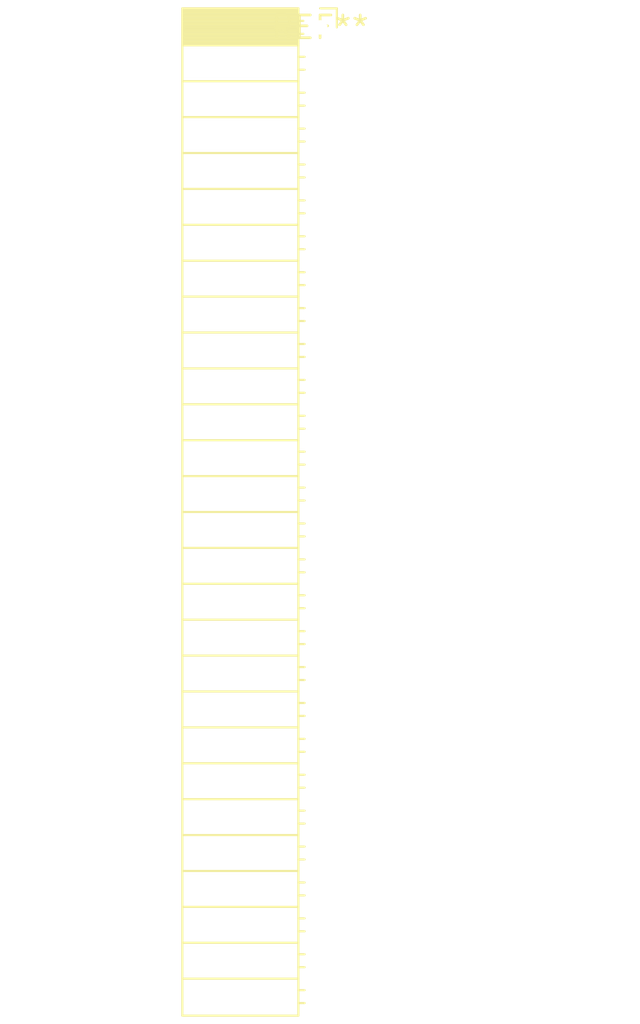
<source format=kicad_pcb>
(kicad_pcb (version 20240108) (generator pcbnew)
  (layers (0 "F.Cu" signal) (31 "B.Cu" signal) (34 "B.Paste" user) (35 "F.Paste" user) (36 "B.SilkS" user "B.Silkscreen") (37 "F.SilkS" user "F.Silkscreen") (38 "B.Mask" user) (39 "F.Mask" user) (44 "Edge.Cuts" user))
  (net 0 "")
  (footprint "PinSocket_1x28_P2.00mm_Horizontal" (layer "F.Cu") (at 0 0)
    (property "Reference" "REF**")
    (property "Value" "PinSocket_1x28_P2.00mm_Horizontal")
    (fp_line (start -7.68 -1.06) (end -7.68 55.06) (layer "F.SilkS") (stroke (width 0.12)))
    (fp_line (start -7.68 -1.06) (end -1.21 -1.06) (layer "F.SilkS") (stroke (width 0.12)))
    (fp_line (start -7.68 -0.94) (end -1.21 -0.94) (layer "F.SilkS") (stroke (width 0.12)))
    (fp_line (start -7.68 -0.825882) (end -1.21 -0.825882) (layer "F.SilkS") (stroke (width 0.12)))
    (fp_line (start -7.68 -0.711764) (end -1.21 -0.711764) (layer "F.SilkS") (stroke (width 0.12)))
    (fp_line (start -7.68 -0.597646) (end -1.21 -0.597646) (layer "F.SilkS") (stroke (width 0.12)))
    (fp_line (start -7.68 -0.483528) (end -1.21 -0.483528) (layer "F.SilkS") (stroke (width 0.12)))
    (fp_line (start -7.68 -0.36941) (end -1.21 -0.36941) (layer "F.SilkS") (stroke (width 0.12)))
    (fp_line (start -7.68 -0.255292) (end -1.21 -0.255292) (layer "F.SilkS") (stroke (width 0.12)))
    (fp_line (start -7.68 -0.141174) (end -1.21 -0.141174) (layer "F.SilkS") (stroke (width 0.12)))
    (fp_line (start -7.68 -0.027056) (end -1.21 -0.027056) (layer "F.SilkS") (stroke (width 0.12)))
    (fp_line (start -7.68 0.087062) (end -1.21 0.087062) (layer "F.SilkS") (stroke (width 0.12)))
    (fp_line (start -7.68 0.20118) (end -1.21 0.20118) (layer "F.SilkS") (stroke (width 0.12)))
    (fp_line (start -7.68 0.315298) (end -1.21 0.315298) (layer "F.SilkS") (stroke (width 0.12)))
    (fp_line (start -7.68 0.429416) (end -1.21 0.429416) (layer "F.SilkS") (stroke (width 0.12)))
    (fp_line (start -7.68 0.543534) (end -1.21 0.543534) (layer "F.SilkS") (stroke (width 0.12)))
    (fp_line (start -7.68 0.657652) (end -1.21 0.657652) (layer "F.SilkS") (stroke (width 0.12)))
    (fp_line (start -7.68 0.77177) (end -1.21 0.77177) (layer "F.SilkS") (stroke (width 0.12)))
    (fp_line (start -7.68 0.885888) (end -1.21 0.885888) (layer "F.SilkS") (stroke (width 0.12)))
    (fp_line (start -7.68 1) (end -1.21 1) (layer "F.SilkS") (stroke (width 0.12)))
    (fp_line (start -7.68 3) (end -1.21 3) (layer "F.SilkS") (stroke (width 0.12)))
    (fp_line (start -7.68 5) (end -1.21 5) (layer "F.SilkS") (stroke (width 0.12)))
    (fp_line (start -7.68 7) (end -1.21 7) (layer "F.SilkS") (stroke (width 0.12)))
    (fp_line (start -7.68 9) (end -1.21 9) (layer "F.SilkS") (stroke (width 0.12)))
    (fp_line (start -7.68 11) (end -1.21 11) (layer "F.SilkS") (stroke (width 0.12)))
    (fp_line (start -7.68 13) (end -1.21 13) (layer "F.SilkS") (stroke (width 0.12)))
    (fp_line (start -7.68 15) (end -1.21 15) (layer "F.SilkS") (stroke (width 0.12)))
    (fp_line (start -7.68 17) (end -1.21 17) (layer "F.SilkS") (stroke (width 0.12)))
    (fp_line (start -7.68 19) (end -1.21 19) (layer "F.SilkS") (stroke (width 0.12)))
    (fp_line (start -7.68 21) (end -1.21 21) (layer "F.SilkS") (stroke (width 0.12)))
    (fp_line (start -7.68 23) (end -1.21 23) (layer "F.SilkS") (stroke (width 0.12)))
    (fp_line (start -7.68 25) (end -1.21 25) (layer "F.SilkS") (stroke (width 0.12)))
    (fp_line (start -7.68 27) (end -1.21 27) (layer "F.SilkS") (stroke (width 0.12)))
    (fp_line (start -7.68 29) (end -1.21 29) (layer "F.SilkS") (stroke (width 0.12)))
    (fp_line (start -7.68 31) (end -1.21 31) (layer "F.SilkS") (stroke (width 0.12)))
    (fp_line (start -7.68 33) (end -1.21 33) (layer "F.SilkS") (stroke (width 0.12)))
    (fp_line (start -7.68 35) (end -1.21 35) (layer "F.SilkS") (stroke (width 0.12)))
    (fp_line (start -7.68 37) (end -1.21 37) (layer "F.SilkS") (stroke (width 0.12)))
    (fp_line (start -7.68 39) (end -1.21 39) (layer "F.SilkS") (stroke (width 0.12)))
    (fp_line (start -7.68 41) (end -1.21 41) (layer "F.SilkS") (stroke (width 0.12)))
    (fp_line (start -7.68 43) (end -1.21 43) (layer "F.SilkS") (stroke (width 0.12)))
    (fp_line (start -7.68 45) (end -1.21 45) (layer "F.SilkS") (stroke (width 0.12)))
    (fp_line (start -7.68 47) (end -1.21 47) (layer "F.SilkS") (stroke (width 0.12)))
    (fp_line (start -7.68 49) (end -1.21 49) (layer "F.SilkS") (stroke (width 0.12)))
    (fp_line (start -7.68 51) (end -1.21 51) (layer "F.SilkS") (stroke (width 0.12)))
    (fp_line (start -7.68 53) (end -1.21 53) (layer "F.SilkS") (stroke (width 0.12)))
    (fp_line (start -7.68 55.06) (end -1.21 55.06) (layer "F.SilkS") (stroke (width 0.12)))
    (fp_line (start -1.21 -1.06) (end -1.21 55.06) (layer "F.SilkS") (stroke (width 0.12)))
    (fp_line (start -1.21 -0.36) (end -0.935 -0.36) (layer "F.SilkS") (stroke (width 0.12)))
    (fp_line (start -1.21 0.36) (end -0.935 0.36) (layer "F.SilkS") (stroke (width 0.12)))
    (fp_line (start -1.21 1.64) (end -0.862917 1.64) (layer "F.SilkS") (stroke (width 0.12)))
    (fp_line (start -1.21 2.36) (end -0.862917 2.36) (layer "F.SilkS") (stroke (width 0.12)))
    (fp_line (start -1.21 3.64) (end -0.862917 3.64) (layer "F.SilkS") (stroke (width 0.12)))
    (fp_line (start -1.21 4.36) (end -0.862917 4.36) (layer "F.SilkS") (stroke (width 0.12)))
    (fp_line (start -1.21 5.64) (end -0.862917 5.64) (layer "F.SilkS") (stroke (width 0.12)))
    (fp_line (start -1.21 6.36) (end -0.862917 6.36) (layer "F.SilkS") (stroke (width 0.12)))
    (fp_line (start -1.21 7.64) (end -0.862917 7.64) (layer "F.SilkS") (stroke (width 0.12)))
    (fp_line (start -1.21 8.36) (end -0.862917 8.36) (layer "F.SilkS") (stroke (width 0.12)))
    (fp_line (start -1.21 9.64) (end -0.862917 9.64) (layer "F.SilkS") (stroke (width 0.12)))
    (fp_line (start -1.21 10.36) (end -0.862917 10.36) (layer "F.SilkS") (stroke (width 0.12)))
    (fp_line (start -1.21 11.64) (end -0.862917 11.64) (layer "F.SilkS") (stroke (width 0.12)))
    (fp_line (start -1.21 12.36) (end -0.862917 12.36) (layer "F.SilkS") (stroke (width 0.12)))
    (fp_line (start -1.21 13.64) (end -0.862917 13.64) (layer "F.SilkS") (stroke (width 0.12)))
    (fp_line (start -1.21 14.36) (end -0.862917 14.36) (layer "F.SilkS") (stroke (width 0.12)))
    (fp_line (start -1.21 15.64) (end -0.862917 15.64) (layer "F.SilkS") (stroke (width 0.12)))
    (fp_line (start -1.21 16.36) (end -0.862917 16.36) (layer "F.SilkS") (stroke (width 0.12)))
    (fp_line (start -1.21 17.64) (end -0.862917 17.64) (layer "F.SilkS") (stroke (width 0.12)))
    (fp_line (start -1.21 18.36) (end -0.862917 18.36) (layer "F.SilkS") (stroke (width 0.12)))
    (fp_line (start -1.21 19.64) (end -0.862917 19.64) (layer "F.SilkS") (stroke (width 0.12)))
    (fp_line (start -1.21 20.36) (end -0.862917 20.36) (layer "F.SilkS") (stroke (width 0.12)))
    (fp_line (start -1.21 21.64) (end -0.862917 21.64) (layer "F.SilkS") (stroke (width 0.12)))
    (fp_line (start -1.21 22.36) (end -0.862917 22.36) (layer "F.SilkS") (stroke (width 0.12)))
    (fp_line (start -1.21 23.64) (end -0.862917 23.64) (layer "F.SilkS") (stroke (width 0.12)))
    (fp_line (start -1.21 24.36) (end -0.862917 24.36) (layer "F.SilkS") (stroke (width 0.12)))
    (fp_line (start -1.21 25.64) (end -0.862917 25.64) (layer "F.SilkS") (stroke (width 0.12)))
    (fp_line (start -1.21 26.36) (end -0.862917 26.36) (layer "F.SilkS") (stroke (width 0.12)))
    (fp_line (start -1.21 27.64) (end -0.862917 27.64) (layer "F.SilkS") (stroke (width 0.12)))
    (fp_line (start -1.21 28.36) (end -0.862917 28.36) (layer "F.SilkS") (stroke (width 0.12)))
    (fp_line (start -1.21 29.64) (end -0.862917 29.64) (layer "F.SilkS") (stroke (width 0.12)))
    (fp_line (start -1.21 30.36) (end -0.862917 30.36) (layer "F.SilkS") (stroke (width 0.12)))
    (fp_line (start -1.21 31.64) (end -0.862917 31.64) (layer "F.SilkS") (stroke (width 0.12)))
    (fp_line (start -1.21 32.36) (end -0.862917 32.36) (layer "F.SilkS") (stroke (width 0.12)))
    (fp_line (start -1.21 33.64) (end -0.862917 33.64) (layer "F.SilkS") (stroke (width 0.12)))
    (fp_line (start -1.21 34.36) (end -0.862917 34.36) (layer "F.SilkS") (stroke (width 0.12)))
    (fp_line (start -1.21 35.64) (end -0.862917 35.64) (layer "F.SilkS") (stroke (width 0.12)))
    (fp_line (start -1.21 36.36) (end -0.862917 36.36) (layer "F.SilkS") (stroke (width 0.12)))
    (fp_line (start -1.21 37.64) (end -0.862917 37.64) (layer "F.SilkS") (stroke (width 0.12)))
    (fp_line (start -1.21 38.36) (end -0.862917 38.36) (layer "F.SilkS") (stroke (width 0.12)))
    (fp_line (start -1.21 39.64) (end -0.862917 39.64) (layer "F.SilkS") (stroke (width 0.12)))
    (fp_line (start -1.21 40.36) (end -0.862917 40.36) (layer "F.SilkS") (stroke (width 0.12)))
    (fp_line (start -1.21 41.64) (end -0.862917 41.64) (layer "F.SilkS") (stroke (width 0.12)))
    (fp_line (start -1.21 42.36) (end -0.862917 42.36) (layer "F.SilkS") (stroke (width 0.12)))
    (fp_line (start -1.21 43.64) (end -0.862917 43.64) (layer "F.SilkS") (stroke (width 0.12)))
    (fp_line (start -1.21 44.36) (end -0.862917 44.36) (layer "F.SilkS") (stroke (width 0.12)))
    (fp_line (start -1.21 45.64) (end -0.862917 45.64) (layer "F.SilkS") (stroke (width 0.12)))
    (fp_line (start -1.21 46.36) (end -0.862917 46.36) (layer "F.SilkS") (stroke (width 0.12)))
    (fp_line (start -1.21 47.64) (end -0.862917 47.64) (layer "F.SilkS") (stroke (width 0.12)))
    (fp_line (start -1.21 48.36) (end -0.862917 48.36) (layer "F.SilkS") (stroke (width 0.12)))
    (fp_line (start -1.21 49.64) (end -0.862917 49.64) (layer "F.SilkS") (stroke (width 0.12)))
    (fp_line (start -1.21 50.36) (end -0.862917 50.36) (layer "F.SilkS") (stroke (width 0.12)))
    (fp_line (start -1.21 51.64) (end -0.862917 51.64) (layer "F.SilkS") (stroke (width 0.12)))
    (fp_line (start -1.21 52.36) (end -0.862917 52.36) (layer "F.SilkS") (stroke (width 0.12)))
    (fp_line (start -1.21 53.64) (end -0.862917 53.64) (layer "F.SilkS") (stroke (width 0.12)))
    (fp_line (start -1.21 54.36) (end -0.862917 54.36) (layer "F.SilkS") (stroke (width 0.12)))
    (fp_line (start 0 -1.06) (end 0.935 -1.06) (layer "F.SilkS") (stroke (width 0.12)))
    (fp_line (start 0.935 -1.06) (end 0.935 0) (layer "F.SilkS") (stroke (width 0.12)))
    (pad "1" thru_hole rect (at 0 0) (size 1.35 1.35) (drill 0.8) (layers *.Cu *.Mask) (remove_unused_layers))
    (pad "2" thru_hole oval (at 0 2) (size 1.35 1.35) (drill 0.8) (layers *.Cu *.Mask) (remove_unused_layers))
    (pad "3" thru_hole oval (at 0 4) (size 1.35 1.35) (drill 0.8) (layers *.Cu *.Mask) (remove_unused_layers))
    (pad "4" thru_hole oval (at 0 6) (size 1.35 1.35) (drill 0.8) (layers *.Cu *.Mask) (remove_unused_layers))
    (pad "5" thru_hole oval (at 0 8) (size 1.35 1.35) (drill 0.8) (layers *.Cu *.Mask) (remove_unused_layers))
    (pad "6" thru_hole oval (at 0 10) (size 1.35 1.35) (drill 0.8) (layers *.Cu *.Mask) (remove_unused_layers))
    (pad "7" thru_hole oval (at 0 12) (size 1.35 1.35) (drill 0.8) (layers *.Cu *.Mask) (remove_unused_layers))
    (pad "8" thru_hole oval (at 0 14) (size 1.35 1.35) (drill 0.8) (layers *.Cu *.Mask) (remove_unused_layers))
    (pad "9" thru_hole oval (at 0 16) (size 1.35 1.35) (drill 0.8) (layers *.Cu *.Mask) (remove_unused_layers))
    (pad "10" thru_hole oval (at 0 18) (size 1.35 1.35) (drill 0.8) (layers *.Cu *.Mask) (remove_unused_layers))
    (pad "11" thru_hole oval (at 0 20) (size 1.35 1.35) (drill 0.8) (layers *.Cu *.Mask) (remove_unused_layers))
    (pad "12" thru_hole oval (at 0 22) (size 1.35 1.35) (drill 0.8) (layers *.Cu *.Mask) (remove_unused_layers))
    (pad "13" thru_hole oval (at 0 24) (size 1.35 1.35) (drill 0.8) (layers *.Cu *.Mask) (remove_unused_layers))
    (pad "14" thru_hole oval (at 0 26) (size 1.35 1.35) (drill 0.8) (layers *.Cu *.Mask) (remove_unused_layers))
    (pad "15" thru_hole oval (at 0 28) (size 1.35 1.35) (drill 0.8) (layers *.Cu *.Mask) (remove_unused_layers))
    (pad "16" thru_hole oval (at 0 30) (size 1.35 1.35) (drill 0.8) (layers *.Cu *.Mask) (remove_unused_layers))
    (pad "17" thru_hole oval (at 0 32) (size 1.35 1.35) (drill 0.8) (layers *.Cu *.Mask) (remove_unused_layers))
    (pad "18" thru_hole oval (at 0 34) (size 1.35 1.35) (drill 0.8) (layers *.Cu *.Mask) (remove_unused_layers))
    (pad "19" thru_hole oval (at 0 36) (size 1.35 1.35) (drill 0.8) (layers *.Cu *.Mask) (remove_unused_layers))
    (pad "20" thru_hole oval (at 0 38) (size 1.35 1.35) (drill 0.8) (layers *.Cu *.Mask) (remove_unused_layers))
    (pad "21" thru_hole oval (at 0 40) (size 1.35 1.35) (drill 0.8) (layers *.Cu *.Mask) (remove_unused_layers))
    (pad "22" thru_hole oval (at 0 42) (size 1.35 1.35) (drill 0.8) (layers *.Cu *.Mask) (remove_unused_layers))
    (pad "23" thru_hole oval (at 0 44) (size 1.35 1.35) (drill 0.8) (layers *.Cu *.Mask) (remove_unused_layers))
    (pad "24" thru_hole oval (at 0 46) (size 1.35 1.35) (drill 0.8) (layers *.Cu *.Mask) (remove_unused_layers))
    (pad "25" thru_hole oval (at 0 48) (size 1.35 1.35) (drill 0.8) (layers *.Cu *.Mask) (remove_unused_layers))
    (pad "26" thru_hole oval (at 0 50) (size 1.35 1.35) (drill 0.8) (layers *.Cu *.Mask) (remove_unused_layers))
    (pad "27" thru_hole oval (at 0 52) (size 1.35 1.35) (drill 0.8) (layers *.Cu *.Mask) (remove_unused_layers))
    (pad "28" thru_hole oval (at 0 54) (size 1.35 1.35) (drill 0.8) (layers *.Cu *.Mask) (remove_unused_layers))
  )
)
</source>
